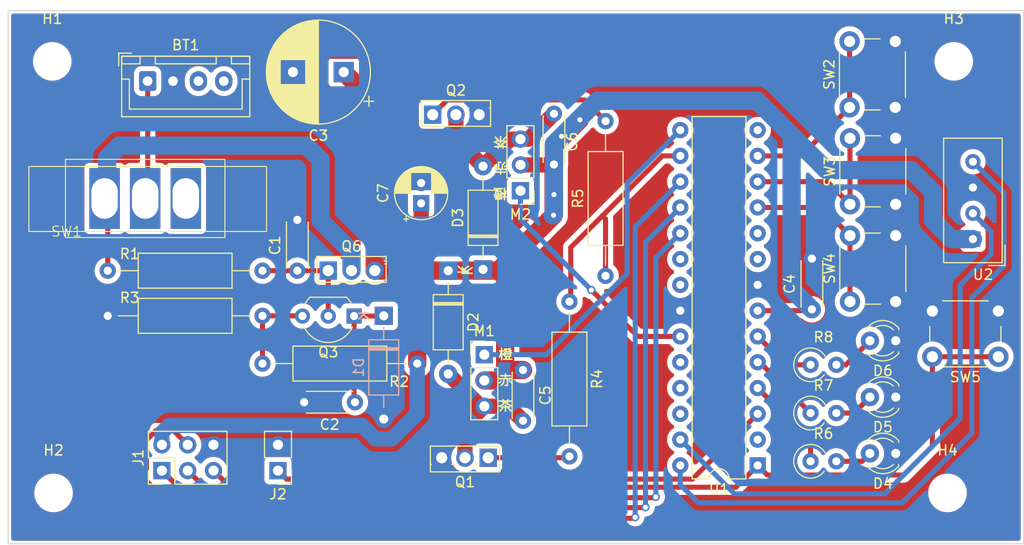
<source format=kicad_pcb>
(kicad_pcb (version 20221018) (generator pcbnew)
  (layers (0 "F.Cu" signal) (31 "B.Cu" signal) (34 "B.Paste" user) (35 "F.Paste" user) (36 "B.SilkS" user "B.Silkscreen") (37 "F.SilkS" user "F.Silkscreen") (38 "B.Mask" user) (39 "F.Mask" user) (44 "Edge.Cuts" user))
  (net 0 "")
  (net 1 "Net-(BT1-+)")
  (net 2 "GND")
  (net 3 "Net-(Q3-C)")
  (net 4 "Net-(D1-K)")
  (net 5 "VCC")
  (net 6 "Net-(M1-PWM)")
  (net 7 "STON")
  (net 8 "Net-(Q3-B)")
  (net 9 "Net-(U1-PB2)")
  (net 10 "STOFF")
  (net 11 "/MISO")
  (net 13 "Net-(J2-Pin_1)")
  (net 14 "TGL")
  (net 15 "PC0")
  (net 16 "Net-(Q1-G)")
  (net 19 "/SCK")
  (net 20 "/MOSI")
  (net 21 "/RST")
  (net 24 "Net-(Q2-G)")
  (net 26 "Net-(Q6-D)")
  (net 28 "SDA")
  (net 29 "SCL")
  (net 32 "Net-(D4-A)")
  (net 33 "Net-(D5-A)")
  (net 34 "Net-(D6-A)")
  (net 36 "Net-(U1-PD7)")
  (net 37 "Net-(U1-PD6)")
  (net 38 "Net-(U1-PD5)")
  (net 41 "Net-(D2-A)")
  (net 42 "Net-(D3-A)")
  (footprint "Capacitor_THT:C_Disc_D4.3mm_W1.9mm_P5.00mm" (layer "F.Cu") (at 99.147 83.566 180)
    (fp_text reference "C2" (at 2.5 -2.2) (layer "F.SilkS"))
    (fp_text value "0.1u")
    (pad "1" thru_hole circle (at 0 0 180) (size 1.6 1.6) (drill 0.8) (layers "*.Cu" "*.Mask") (net 4 "Net-(D1-K)"))
    (pad "2" thru_hole circle (at 5 0 180) (size 1.6 1.6) (drill 0.8) (layers "*.Cu" "*.Mask") (net 2 "GND"))
  )
  (footprint "Button_Switch_THT:SW_PUSH_6mm_H7.3mm" (layer "F.Cu") (at 147.895 64.074 90)
    (fp_text reference "SW3" (at 3.25 -2 90) (layer "F.SilkS"))
    (fp_text value "SW_Push")
    (pad "1" thru_hole circle (at 0 0 180) (size 2 2) (drill 1.1) (layers "*.Cu" "*.Mask") (net 37 "Net-(U1-PD6)"))
    (pad "1" thru_hole circle (at 6.5 0 180) (size 2 2) (drill 1.1) (layers "*.Cu" "*.Mask") (net 37 "Net-(U1-PD6)"))
    (pad "2" thru_hole circle (at 0 4.5 180) (size 2 2) (drill 1.1) (layers "*.Cu" "*.Mask") (net 2 "GND"))
    (pad "2" thru_hole circle (at 6.5 4.5 180) (size 2 2) (drill 1.1) (layers "*.Cu" "*.Mask") (net 2 "GND"))
  )
  (footprint "Connector_PinHeader_2.54mm:PinHeader_1x03_P2.54mm_Vertical" (layer "F.Cu") (at 115.443 62.738 180)
    (fp_text reference "M2" (at 0 -2.33) (layer "F.SilkS"))
    (fp_text value "Motor_Servo")
    (pad "1" thru_hole rect (at 0 0 180) (size 1.7 1.7) (drill 1) (layers "*.Cu" "*.Mask") (net 15 "PC0"))
    (pad "2" thru_hole oval (at 0 2.54 180) (size 1.7 1.7) (drill 1) (layers "*.Cu" "*.Mask") (net 5 "VCC"))
    (pad "3" thru_hole oval (at 0 5.08 180) (size 1.7 1.7) (drill 1) (layers "*.Cu" "*.Mask") (net 42 "Net-(D3-A)"))
  )
  (footprint "LED_THT:LED_D3.0mm" (layer "F.Cu") (at 152.4 77.508 180)
    (fp_text reference "D6" (at 1.27 -2.96) (layer "F.SilkS"))
    (fp_text value "LED")
    (pad "1" thru_hole rect (at 0 0 180) (size 1.8 1.8) (drill 0.9) (layers "*.Cu" "*.Mask") (net 2 "GND"))
    (pad "2" thru_hole circle (at 2.54 0 180) (size 1.8 1.8) (drill 0.9) (layers "*.Cu" "*.Mask") (net 34 "Net-(D6-A)"))
  )
  (footprint "MountingHole:MountingHole_3.2mm_M3" (layer "F.Cu") (at 157.5 92.5)
    (fp_text reference "H4" (at 0 -4.2) (layer "F.SilkS"))
    (fp_text value "MountingHole")
    (pad "" np_thru_hole circle (at 0 0) (size 3.2 3.2) (drill 3.2) (layers "*.Cu" "*.Mask"))
  )
  (footprint "Resistor_THT:R_Axial_DIN0309_L9.0mm_D3.2mm_P15.24mm_Horizontal" (layer "F.Cu") (at 105.283 79.756 180)
    (fp_text reference "R2" (at 1.778 -1.778) (layer "F.SilkS"))
    (fp_text value "5.2k")
    (pad "1" thru_hole circle (at 0 0 180) (size 1.6 1.6) (drill 0.8) (layers "*.Cu" "*.Mask") (net 5 "VCC"))
    (pad "2" thru_hole oval (at 15.24 0 180) (size 1.6 1.6) (drill 0.8) (layers "*.Cu" "*.Mask") (net 8 "Net-(Q3-B)"))
  )
  (footprint "Button_Switch_THT:SW_PUSH_6mm_H7.3mm" (layer "F.Cu") (at 162.508 79.085 180)
    (fp_text reference "SW5" (at 3.25 -2) (layer "F.SilkS"))
    (fp_text value "SW_Push")
    (pad "1" thru_hole circle (at 0 0 270) (size 2 2) (drill 1.1) (layers "*.Cu" "*.Mask") (net 21 "/RST"))
    (pad "1" thru_hole circle (at 6.5 0 270) (size 2 2) (drill 1.1) (layers "*.Cu" "*.Mask") (net 21 "/RST"))
    (pad "2" thru_hole circle (at 0 4.5 270) (size 2 2) (drill 1.1) (layers "*.Cu" "*.Mask") (net 2 "GND"))
    (pad "2" thru_hole circle (at 6.5 4.5 270) (size 2 2) (drill 1.1) (layers "*.Cu" "*.Mask") (net 2 "GND"))
  )
  (footprint "ac_onoff_controller:Aosong_DHT20" (layer "F.Cu") (at 160 67.5 180)
    (fp_text reference "U2" (at -1 -3.5) (layer "F.SilkS"))
    (fp_text value "DHT20")
    (pad "1" thru_hole rect (at 0 0 180) (size 1.5 1.5) (drill 0.8) (layers "*.Cu" "*.Mask") (net 5 "VCC"))
    (pad "2" thru_hole circle (at 0 2.54 180) (size 1.5 1.5) (drill 0.8) (layers "*.Cu" "*.Mask") (net 28 "SDA"))
    (pad "3" thru_hole circle (at 0 5.08 180) (size 1.5 1.5) (drill 0.8) (layers "*.Cu" "*.Mask") (net 2 "GND"))
    (pad "4" thru_hole circle (at 0 7.62 180) (size 1.5 1.5) (drill 0.8) (layers "*.Cu" "*.Mask") (net 29 "SCL"))
  )
  (footprint "Diode_THT:D_A-405_P10.16mm_Horizontal" (layer "F.Cu") (at 108.331 70.612 -90)
    (fp_text reference "D2" (at 5.08 -2.47 90) (layer "F.SilkS"))
    (fp_text value "1N4148")
    (fp_text user "K" (at 0 -1.9 90) (layer "F.SilkS"))
    (pad "1" thru_hole rect (at 0 0 270) (size 1.8 1.8) (drill 0.9) (layers "*.Cu" "*.Mask") (net 5 "VCC"))
    (pad "2" thru_hole oval (at 10.16 0 270) (size 1.8 1.8) (drill 0.9) (layers "*.Cu" "*.Mask") (net 41 "Net-(D2-A)"))
  )
  (footprint "LED_THT:LED_D3.0mm" (layer "F.Cu") (at 152.4 83.058 180)
    (fp_text reference "D5" (at 1.27 -2.96) (layer "F.SilkS"))
    (fp_text value "LED")
    (pad "1" thru_hole rect (at 0 0 180) (size 1.8 1.8) (drill 0.9) (layers "*.Cu" "*.Mask") (net 2 "GND"))
    (pad "2" thru_hole circle (at 2.54 0 180) (size 1.8 1.8) (drill 0.9) (layers "*.Cu" "*.Mask") (net 33 "Net-(D5-A)"))
  )
  (footprint "Package_TO_SOT_THT:TO-251-3_Vertical" (layer "F.Cu") (at 106.799 55.245)
    (fp_text reference "Q2" (at 2.29 -2.39) (layer "F.SilkS"))
    (fp_text value "2SK4017")
    (pad "1" thru_hole rect (at 0 0) (size 1.7175 1.8) (drill 1.1) (layers "*.Cu" "*.Mask") (net 24 "Net-(Q2-G)"))
    (pad "2" thru_hole oval (at 2.29 0) (size 1.7175 1.8) (drill 1.1) (layers "*.Cu" "*.Mask") (net 42 "Net-(D3-A)"))
    (pad "3" thru_hole oval (at 4.58 0) (size 1.7175 1.8) (drill 1.1) (layers "*.Cu" "*.Mask") (net 2 "GND"))
  )
  (footprint "ac_onoff_controller:SS-22F25-G4" (layer "F.Cu") (at 70.74 67.25)
    (fp_text reference "SW1" (at 0 -0.5 unlocked) (layer "F.SilkS") (effects (font (thickness 0.1))))
    (fp_text value "SW_SPST")
    (pad "1" thru_hole rect (at 3.75 -3.75) (size 3 6) (drill oval 2.6 4) (layers "*.Cu" "*.Mask") (net 26 "Net-(Q6-D)"))
    (pad "2" thru_hole rect (at 7.75 -3.75) (size 3 6) (drill oval 2.6 4) (layers "*.Cu" "*.Mask") (net 1 "Net-(BT1-+)"))
    (pad "3" thru_hole rect (at 11.75 -3.75) (size 3 6) (drill oval 2.6 4) (layers "*.Cu" "*.Mask"))
  )
  (footprint "Package_DIP:DIP-28_W7.62mm" (layer "F.Cu") (at 138.806 89.787 180)
    (fp_text reference "U1" (at 3.81 -2.33) (layer "F.SilkS"))
    (fp_text value "ATmega88P-20P")
    (pad "1" thru_hole rect (at 0 0 180) (size 1.6 1.6) (drill 0.8) (layers "*.Cu" "*.Mask") (net 21 "/RST"))
    (pad "2" thru_hole oval (at 0 2.54 180) (size 1.6 1.6) (drill 0.8) (layers "*.Cu" "*.Mask"))
    (pad "3" thru_hole oval (at 0 5.08 180) (size 1.6 1.6) (drill 0.8) (layers "*.Cu" "*.Mask") (net 13 "Net-(J2-Pin_1)"))
    (pad "4" thru_hole oval (at 0 7.62 180) (size 1.6 1.6) (drill 0.8) (layers "*.Cu" "*.Mask") (net 7 "STON"))
    (pad "5" thru_hole oval (at 0 10.16 180) (size 1.6 1.6) (drill 0.8) (layers "*.Cu" "*.Mask") (net 10 "STOFF"))
    (pad "6" thru_hole oval (at 0 12.7 180) (size 1.6 1.6) (drill 0.8) (layers "*.Cu" "*.Mask") (net 14 "TGL"))
    (pad "7" thru_hole oval (at 0 15.24 180) (size 1.6 1.6) (drill 0.8) (layers "*.Cu" "*.Mask") (net 5 "VCC"))
    (pad "8" thru_hole oval (at 0 17.78 180) (size 1.6 1.6) (drill 0.8) (layers "*.Cu" "*.Mask") (net 2 "GND"))
    (pad "9" thru_hole oval (at 0 20.32 180) (size 1.6 1.6) (drill 0.8) (layers "*.Cu" "*.Mask"))
    (pad "10" thru_hole oval (at 0 22.86 180) (size 1.6 1.6) (drill 0.8) (layers "*.Cu" "*.Mask"))
    (pad "11" thru_hole oval (at 0 25.4 180) (size 1.6 1.6) (drill 0.8) (layers "*.Cu" "*.Mask") (net 38 "Net-(U1-PD5)"))
    (pad "12" thru_hole oval (at 0 27.94 180) (size 1.6 1.6) (drill 0.8) (layers "*.Cu" "*.Mask") (net 37 "Net-(U1-PD6)"))
    (pad "13" thru_hole oval (at 0 30.48 180) (size 1.6 1.6) (drill 0.8) (layers "*.Cu" "*.Mask") (net 36 "Net-(U1-PD7)"))
    (pad "14" thru_hole oval (at 0 33.02 180) (size 1.6 1.6) (drill 0.8) (layers "*.Cu" "*.Mask"))
    (pad "15" thru_hole oval (at 7.62 33.02 180) (size 1.6 1.6) (drill 0.8) (layers "*.Cu" "*.Mask") (net 6 "Net-(M1-PWM)"))
    (pad "16" thru_hole oval (at 7.62 30.48 180) (size 1.6 1.6) (drill 0.8) (layers "*.Cu" "*.Mask") (net 9 "Net-(U1-PB2)"))
    (pad "17" thru_hole oval (at 7.62 27.94 180) (size 1.6 1.6) (drill 0.8) (layers "*.Cu" "*.Mask") (net 20 "/MOSI"))
    (pad "18" thru_hole oval (at 7.62 25.4 180) (size 1.6 1.6) (drill 0.8) (layers "*.Cu" "*.Mask") (net 11 "/MISO"))
    (pad "19" thru_hole oval (at 7.62 22.86 180) (size 1.6 1.6) (drill 0.8) (layers "*.Cu" "*.Mask") (net 19 "/SCK"))
    (pad "20" thru_hole oval (at 7.62 20.32 180) (size 1.6 1.6) (drill 0.8) (layers "*.Cu" "*.Mask"))
    (pad "21" thru_hole oval (at 7.62 17.78 180) (size 1.6 1.6) (drill 0.8) (layers "*.Cu" "*.Mask"))
    (pad "22" thru_hole oval (at 7.62 15.24 180) (size 1.6 1.6) (drill 0.8) (layers "*.Cu" "*.Mask") (net 2 "GND"))
    (pad "23" thru_hole oval (at 7.62 12.7 180) (size 1.6 1.6) (drill 0.8) (layers "*.Cu" "*.Mask") (net 15 "PC0"))
    (pad "24" thru_hole oval (at 7.62 10.16 180) (size 1.6 1.6) (drill 0.8) (layers "*.Cu" "*.Mask"))
    (pad "25" thru_hole oval (at 7.62 7.62 180) (size 1.6 1.6) (drill 0.8) (layers "*.Cu" "*.Mask"))
    (pad "26" thru_hole oval (at 7.62 5.08 180) (size 1.6 1.6) (drill 0.8) (layers "*.Cu" "*.Mask"))
    (pad "27" thru_hole oval (at 7.62 2.54 180) (size 1.6 1.6) (drill 0.8) (layers "*.Cu" "*.Mask") (net 28 "SDA"))
    (pad "28" thru_hole oval (at 7.62 0 180) (size 1.6 1.6) (drill 0.8) (layers "*.Cu" "*.Mask") (net 29 "SCL"))
  )
  (footprint "Package_TO_SOT_THT:TO-251-3_Vertical" (layer "F.Cu") (at 96.516 70.601)
    (fp_text reference "Q6" (at 2.29 -2.39) (layer "F.SilkS"))
    (fp_text value "2SK4017")
    (pad "1" thru_hole rect (at 0 0) (size 1.7175 1.8) (drill 1.1) (layers "*.Cu" "*.Mask") (net 3 "Net-(Q3-C)"))
    (pad "2" thru_hole oval (at 2.29 0) (size 1.7175 1.8) (drill 1.1) (layers "*.Cu" "*.Mask") (net 26 "Net-(Q6-D)"))
    (pad "3" thru_hole oval (at 4.58 0) (size 1.7175 1.8) (drill 1.1) (layers "*.Cu" "*.Mask") (net 5 "VCC"))
  )
  (footprint "Capacitor_THT:CP_Radial_D5.0mm_P2.00mm" (layer "F.Cu") (at 105.664 63.976 90)
    (fp_text reference "C7" (at 1 -3.75 90) (layer "F.SilkS"))
    (fp_text value "10u")
    (pad "1" thru_hole rect (at 0 0 90) (size 1.6 1.6) (drill 0.8) (layers "*.Cu" "*.Mask") (net 5 "VCC"))
    (pad "2" thru_hole circle (at 2 0 90) (size 1.6 1.6) (drill 0.8) (layers "*.Cu" "*.Mask") (net 2 "GND"))
  )
  (footprint "Capacitor_THT:CP_Radial_D10.0mm_P5.00mm" (layer "F.Cu") (at 98.044 51.054 180)
    (fp_text reference "C3" (at 2.5 -6.25) (layer "F.SilkS"))
    (fp_text value "1000u")
    (pad "1" thru_hole rect (at 0 0 180) (size 2 2) (drill 1) (layers "*.Cu" "*.Mask") (net 5 "VCC"))
    (pad "2" thru_hole circle (at 5 0 180) (size 2 2) (drill 1) (layers "*.Cu" "*.Mask") (net 2 "GND"))
  )
  (footprint "Button_Switch_THT:SW_PUSH_6mm_H7.3mm" (layer "F.Cu") (at 147.895 73.658 90)
    (fp_text reference "SW4" (at 3.25 -2 90) (layer "F.SilkS"))
    (fp_text value "SW_Push")
    (pad "1" thru_hole circle (at 0 0 180) (size 2 2) (drill 1.1) (layers "*.Cu" "*.Mask") (net 38 "Net-(U1-PD5)"))
    (pad "1" thru_hole circle (at 6.5 0 180) (size 2 2) (drill 1.1) (layers "*.Cu" "*.Mask") (net 38 "Net-(U1-PD5)"))
    (pad "2" thru_hole circle (at 0 4.5 180) (size 2 2) (drill 1.1) (layers "*.Cu" "*.Mask") (net 2 "GND"))
    (pad "2" thru_hole circle (at 6.5 4.5 180) (size 2 2) (drill 1.1) (layers "*.Cu" "*.Mask") (net 2 "GND"))
  )
  (footprint "MountingHole:MountingHole_3.2mm_M3" (layer "F.Cu") (at 69.342 50)
    (fp_text reference "H1" (at 0 -4.2) (layer "F.SilkS"))
    (fp_text value "MountingHole")
    (pad "" np_thru_hole circle (at 0 0) (size 3.2 3.2) (drill 3.2) (layers "*.Cu" "*.Mask"))
  )
  (footprint "Resistor_THT:R_Axial_DIN0309_L9.0mm_D3.2mm_P2.54mm_Vertical" (layer "F.Cu") (at 144.013 79.881)
    (fp_text reference "R8" (at 1.27 -2.72) (layer "F.SilkS"))
    (fp_text value "22k")
    (pad "1" thru_hole circle (at 0 0) (size 1.6 1.6) (drill 0.8) (layers "*.Cu" "*.Mask") (net 14 "TGL"))
    (pad "2" thru_hole oval (at 2.54 0) (size 1.6 1.6) (drill 0.8) (layers "*.Cu" "*.Mask") (net 34 "Net-(D6-A)"))
  )
  (footprint "Connector_PinHeader_2.54mm:PinHeader_1x02_P2.54mm_Vertical" (layer "F.Cu") (at 91.567 90.297 180)
    (fp_text reference "J2" (at 0 -2.33) (layer "F.SilkS"))
    (fp_text value "Conn_01x02")
    (pad "1" thru_hole rect (at 0 0 180) (size 1.7 1.7) (drill 1) (layers "*.Cu" "*.Mask") (net 13 "Net-(J2-Pin_1)"))
    (pad "2" thru_hole oval (at 0 2.54 180) (size 1.7 1.7) (drill 1) (layers "*.Cu" "*.Mask") (net 2 "GND"))
  )
  (footprint "Capacitor_THT:C_Disc_D4.3mm_W1.9mm_P5.00mm" (layer "F.Cu") (at 118.745 60.158 90)
    (fp_text reference "C6" (at 2.246 1.778 90) (layer "F.SilkS"))
    (fp_text value "0.1u")
    (pad "1" thru_hole circle (at 0 0 90) (size 1.6 1.6) (drill 0.8) (layers "*.Cu" "*.Mask") (net 5 "VCC"))
    (pad "2" thru_hole circle (at 5 0 90) (size 1.6 1.6) (drill 0.8) (layers "*.Cu" "*.Mask") (net 42 "Net-(D3-A)"))
  )
  (footprint "LED_THT:LED_D3.0mm" (layer "F.Cu") (at 152.4 88.608 180)
    (fp_text reference "D4" (at 1.27 -2.96) (layer "F.SilkS"))
    (fp_text value "LED")
    (pad "1" thru_hole rect (at 0 0 180) (size 1.8 1.8) (drill 0.9) (layers "*.Cu" "*.Mask") (net 2 "GND"))
    (pad "2" thru_hole circle (at 2.54 0 180) (size 1.8 1.8) (drill 0.9) (layers "*.Cu" "*.Mask") (net 32 "Net-(D4-A)"))
  )
  (footprint "Resistor_THT:R_Axial_DIN0309_L9.0mm_D3.2mm_P15.24mm_Horizontal" (layer "F.Cu") (at 74.803 70.612)
    (fp_text reference "R1" (at 2.159 -1.651) (layer "F.SilkS"))
    (fp_text value "47k")
    (pad "1" thru_hole circle (at 0 0) (size 1.6 1.6) (drill 0.8) (layers "*.Cu" "*.Mask") (net 26 "Net-(Q6-D)"))
    (pad "2" thru_hole oval (at 15.24 0) (size 1.6 1.6) (drill 0.8) (layers "*.Cu" "*.Mask") (net 3 "Net-(Q3-C)"))
  )
  (footprint "Capacitor_THT:C_Disc_D4.3mm_W1.9mm_P5.00mm" (layer "F.Cu") (at 144.145 74.422 90)
    (fp_text reference "C4" (at 2.5 -2.2 90) (layer "F.SilkS"))
    (fp_text value "0.1u")
    (pad "1" thru_hole circle (at 0 0 90) (size 1.6 1.6) (drill 0.8) (layers "*.Cu" "*.Mask") (net 5 "VCC"))
    (pad "2" thru_hole circle (at 5 0 90) (size 1.6 1.6) (drill 0.8) (layers "*.Cu" "*.Mask") (net 2 "GND"))
  )
  (footprint "Resistor_THT:R_Axial_DIN0309_L9.0mm_D3.2mm_P15.24mm_Horizontal" (layer "F.Cu") (at 123.825 71.12 90)
    (fp_text reference "R5" (at 7.62 -2.72 90) (layer "F.SilkS"))
    (fp_text value "500")
    (pad "1" thru_hole circle (at 0 0 90) (size 1.6 1.6) (drill 0.8) (layers "*.Cu" "*.Mask") (net 9 "Net-(U1-PB2)"))
    (pad "2" thru_hole oval (at 15.24 0 90) (size 1.6 1.6) (drill 0.8) (layers "*.Cu" "*.Mask") (net 24 "Net-(Q2-G)"))
  )
  (footprint "Resistor_THT:R_Axial_DIN0309_L9.0mm_D3.2mm_P2.54mm_Vertical" (layer "F.Cu") (at 144.013 89.381)
    (fp_text reference "R6" (at 1.27 -2.72) (layer "F.SilkS"))
    (fp_text value "22k")
    (pad "1" thru_hole circle (at 0 0) (size 1.6 1.6) (drill 0.8) (layers "*.Cu" "*.Mask") (net 7 "STON"))
    (pad "2" thru_hole oval (at 2.54 0) (size 1.6 1.6) (drill 0.8) (layers "*.Cu" "*.Mask") (net 32 "Net-(D4-A)"))
  )
  (footprint "MountingHole:MountingHole_3.2mm_M3" (layer "F.Cu") (at 69.469 92.5)
    (fp_text reference "H2" (at 0 -4.2) (layer "F.SilkS"))
    (fp_text value "MountingHole")
    (pad "" np_thru_hole circle (at 0 0) (size 3.2 3.2) (drill 3.2) (layers "*.Cu" "*.Mask"))
  )
  (footprint "Diode_THT:D_A-405_P10.16mm_Horizontal" (layer "F.Cu") (at 111.76 70.485 90)
    (fp_text reference "D3" (at 5.08 -2.47 90) (layer "F.SilkS"))
    (fp_text value "1N4148")
    (fp_text user "K" (at 0 -1.9 90) (layer "F.SilkS"))
    (pad "1" thru_hole rect (at 0 0 90) (size 1.8 1.8) (drill 0.9) (layers "*.Cu" "*.Mask") (net 5 "VCC"))
    (pad "2" thru_hole oval (at 10.16 0 90) (size 1.8 1.8) (drill 0.9) (layers "*.Cu" "*.Mask") (net 42 "Net-(D3-A)"))
  )
  (footprint "Capacitor_THT:C_Disc_D4.3mm_W1.9mm_P5.00mm" (layer "F.Cu") (at 93.472 70.612 90)
    (fp_text reference "C1" (at 2.5 -2.2 90) (layer "F.SilkS"))
    (fp_text value "0.1u")
    (pad "1" thru_hole circle (at 0 0 90) (size 1.6 1.6) (drill 0.8) (layers "*.Cu" "*.Mask") (net 3 "Net-(Q3-C)"))
    (pad "2" thru_hole circle (at 5 0 90) (size 1.6 1.6) (drill 0.8) (layers "*.Cu" "*.Mask") (net 2 "GND"))
  )
  (footprint "Connector_PinHeader_2.54mm:PinHeader_1x03_P2.54mm_Vertical" (layer "F.Cu") (at 111.887 78.882)
    (fp_text reference "M1" (at 0 -2.33) (layer "F.SilkS"))
    (fp_text value "Motor_Servo")
    (pad "1" thru_hole rect (at 0 0) (size 1.7 1.7) (drill 1) (layers "*.Cu" "*.Mask") (net 6 "Net-(M1-PWM)"))
    (pad "2" thru_hole oval (at 0 2.54) (size 1.7 1.7) (drill 1) (layers "*.Cu" "*.Mask") (net 5 "VCC"))
    (pad "3" thru_hole oval (at 0 5.08) (size 1.7 1.7) (drill 1) (layers "*.Cu" "*.Mask") (net 41 "Net-(D2-A)"))
  )
  (footprint "MountingHole:MountingHole_3.2mm_M3" (layer "F.Cu") (at 158.115 50)
    (fp_text reference "H3" (at 0 -4.2) (layer "F.SilkS"))
    (fp_text value "MountingHole")
    (pad "" np_thru_hole circle (at 0 0) (size 3.2 3.2) (drill 3.2) (layers "*.Cu" "*.Mask"))
  )
  (footprint "Button_Switch_THT:SW_PUSH_6mm_H7.3mm" (layer "F.Cu") (at 147.856 54.533 90)
    (fp_text reference "SW2" (at 3.25 -2 90) (layer "F.SilkS"))
    (fp_text value "SW_Push")
    (pad "1" thru_hole circle (at 0 0 180) (size 2 2) (drill 1.1) (layers "*.Cu" "*.Mask") (net 36 "Net-(U1-PD7)"))
    (pad "1" thru_hole circle (at 6.5 0 180) (size 2 2) (drill 1.1) (layers "*.Cu" "*.Mask") (net 36 "Net-(U1-PD7)"))
    (pad "2" thru_hole circle (at 0 4.5 180) (size 2 2) (drill 1.1) (layers "*.Cu" "*.Mask") (net 2 "GND"))
    (pad "2" thru_hole circle (at 6.5 4.5 180) (size 2 2) (drill 1.1) (layers "*.Cu" "*.Mask") (net 2 "GND"))
  )
  (footprint "Package_TO_SOT_THT:TO-251-3_Vertical" (layer "F.Cu") (at 112.272 89.034 180)
    (fp_text reference "Q1" (at 2.29 -2.39) (layer "F.SilkS"))
    (fp_text value "2SK4017")
    (pad "1" thru_hole rect (at 0 0 180) (size 1.7175 1.8) (drill 1.1) (layers "*.Cu" "*.Mask") (net 16 "Net-(Q1-G)"))
    (pad "2" thru_hole oval (at 2.29 0 180) (size 1.7175 1.8) (drill 1.1) (layers "*.Cu" "*.Mask") (net 41 "Net-(D2-A)"))
    (pad "3" thru_hole oval (at 4.58 0 180) (size 1.7175 1.8) (drill 1.1) (layers "*.Cu" "*.Mask") (net 2 "GND"))
  )
  (footprint "Package_TO_SOT_THT:TO-92_Inline_Wide" (layer "F.Cu") (at 99.06 75.078 180)
    (fp_text reference "Q3" (at 2.54 -3.56) (layer "F.SilkS"))
    (fp_text value "2SC1815")
    (pad "1" thru_hole rect (at 0 0 180) (size 1.5 1.5) (drill 0.8) (layers "*.Cu" "*.Mask") (net 4 "Net-(D1-K)"))
    (pad "2" thru_hole circle (at 2.54 0 180) (size 1.5 1.5) (drill 0.8) (layers "*.Cu" "*.Mask") (net 3 "Net-(Q3-C)"))
    (pad "3" thru_hole circle (at 5.08 0 180) (size 1.5 1.5) (drill 0.8) (layers "*.Cu" "*.Mask") (net 8 "Net-(Q3-B)"))
  )
  (footprint "Resistor_THT:R_Axial_DIN0309_L9.0mm_D3.2mm_P2.54mm_Vertical" (layer "F.Cu") (at 144.013 84.631)
    (fp_text reference "R7" (at 1.27 -2.72) (layer "F.SilkS"))
    (fp_text value "22k")
    (pad "1" thru_hole circle (at 0 0) (size 1.6 1.6) (drill 0.8) (layers "*.Cu" "*.Mask") (net 10 "STOFF"))
    (pad "2" thru_hole oval (at 2.54 0) (size 1.6 1.6) (drill 0.8) (layers "*.Cu" "*.Mask") (net 33 "Net-(D5-A)"))
  )
  (footprint "Resistor_THT:R_Axial_DIN0309_L9.0mm_D3.2mm_P15.24mm_Horizontal" (layer "F.Cu") (at 120.269 73.66 -90)
    (fp_text reference "R4" (at 7.62 -2.72 90) (layer "F.SilkS"))
    (fp_text value "500")
    (pad "1" thru_hole circle (at 0 0 270) (size 1.6 1.6) (drill 0.8) (layers "*.Cu" "*.Mask") (net 9 "Net-(U1-PB2)"))
    (pad "2" thru_hole oval (at 15.24 0 270) (size 1.6 1.6) (drill 0.8) (layers "*.Cu" "*.Mask") (net 16 "Net-(Q1-G)"))
  )
  (footprint "Connector_PinHeader_2.54mm:PinHeader_2x03_P2.54mm_Vertical" (layer "F.Cu") (at 80.137 90.297 90)
    (fp_text reference "J1" (at 1.27 -2.33 90) (layer "F.SilkS"))
    (fp_text value "Conn_02x04_Odd_Even")
    (pad "1" thru_hole rect (at 0 0 90) (size 1.7 1.7) (drill 1) (layers "*.Cu" "*.Mask") (net 11 "/MISO"))
    (pad "2" thru_hole oval (at 2.54 0 90) (size 1.7 1.7) (drill 1) (layers "*.Cu" "*.Mask") (net 5 "VCC"))
    (pad "3" thru_hole oval (at 0 2.54 90) (size 1.7 1.7) (drill 1) (layers "*.Cu" "*.Mask") (net 19 "/SCK"))
    (pad "4" thru_hole oval (at 2.54 2.54 90) (size 1.7 1.7) (drill 1) (layers "*.Cu" "*.Mask") (net 20 "/MOSI"))
    (pad "5" thru_hole oval (at 0 5.08 90) (size 1.7 1.7) (drill 1) (layers "*.Cu" "*.Mask") (net 21 "/RST"))
    (pad "6" thru_hole oval (at 2.54 5.08 90) (size 1.7 1.7) (drill 1) (layers "*.Cu" "*.Mask") (net 2 "GND"))
  )
  (footprint "Resistor_THT:R_Axial_DIN0309_L9.0mm_D3.2mm_P15.24mm_Horizontal" (layer "F.Cu") (at 90.043 75.057 180)
    (fp_text reference "R3" (at 13.081 1.778) (layer "F.SilkS"))
    (fp_text value "10k")
    (pad "1" thru_hole circle (at 0 0 180) (size 1.6 1.6) (drill 0.8) (layers "*.Cu" "*.Mask") (net 8 "Net-(Q3-B)"))
    (pad "2" thru_hole oval (at 15.24 0 180) (size 1.6 1.6) (drill 0.8) (layers "*.Cu" "*.Mask") (net 2 "GND"))
  )
  (footprint "Connector_JST:JST_XH_B4B-XH-A_1x04_P2.50mm_Vertical" (layer "F.Cu") (at 78.733 51.943)
    (fp_text reference "BT1" (at 3.75 -3.55) (layer "F.SilkS"))
    (fp_text value "Battery")
    (pad "1" thru_hole roundrect (at 0 0) (size 1.7 1.95) (drill 0.95) (layers "*.Cu" "*.Mask") (roundrect_rratio 0.147059) (net 1 "Net-(BT1-+)"))
    (pad "2" thru_hole oval (at 2.5 0) (size 1.7 1.95) (drill 0.95) (layers "*.Cu" "*.Mask") (net 2 "GND"))
    (pad "3" thru_hole oval (at 5 0) (size 1.7 1.95) (drill 0.95) (layers "*.Cu" "*.Mask"))
    (pad "4" thru_hole oval (at 7.5 0) (size 1.7 1.95) (drill 0.95) (layers "*.Cu" "*.Mask"))
  )
  (footprint "Capacitor_THT:C_Disc_D4.3mm_W1.9mm_P5.00mm" (layer "F.Cu") (at 115.697 80.391 -90)
    (fp_text reference "C5" (at 2.5 -2.2 90) (layer "F.SilkS"))
    (fp_text value "0.1u")
    (pad "1" thru_hole circle (at 0 0 270) (size 1.6 1.6) (drill 0.8) (layers "*.Cu" "*.Mask") (net 5 "VCC"))
    (pad "2" thru_hole circle (at 5 0 270) (size 1.6 1.6) (drill 0.8) (layers "*.Cu" "*.Mask") (net 41 "Net-(D2-A)"))
  )
  (footprint "Diode_THT:D_A-405_P10.16mm_Horizontal" (layer "B.Cu") (at 101.981 75.057 -90)
    (fp_text reference "D1" (at 5.08 2.47 90) (layer "B.SilkS") (effects (justify mirror)))
    (fp_text value "1N5227B")
    (fp_text user "K" (at 0 1.9 90) (layer "B.SilkS") (effects (justify mirror)))
    (pad "1" thru_hole rect (at 0 0 270) (size 1.8 1.8) (drill 0.9) (layers "*.Cu" "*.Mask") (net 4 "Net-(D1-K)"))
    (pad "2" thru_hole oval (at 10.16 0 270) (size 1.8 1.8) (drill 0.9) (layers "*.Cu" "*.Mask") (net 2 "GND"))
  )
  (gr_rect (start 65 45) (end 165 97.5) (stroke (width 0.1)) (fill none) (layer "Edge.Cuts"))
  (gr_text "茶" (at 114.3 57.277 180) (layer "F.SilkS") (effects (font (size 1 1)) (justify left bottom)))
  (gr_text "茶" (at 113.157 84.582) (layer "F.SilkS") (effects (font (size 1 1)) (justify left bottom)))
  (gr_text "赤" (at 113.157 82.042) (layer "F.SilkS") (effects (font (size 1 1)) (justify left bottom)))
  (gr_text "橙" (at 114.3 62.357 180) (layer "F.SilkS") (effects (font (size 1 1)) (justify left bottom)))
  (gr_text "橙" (at 113.157 79.502) (layer "F.SilkS") (effects (font (size 1 1)) (justify left bottom)))
  (gr_text "赤" (at 114.3 59.817 180) (layer "F.SilkS") (effects (font (size 1 1)) (justify left bottom)))
  (segment (start 78.733 51.943) (end 78.74 51.95) (width 0.5) (layer "F.Cu") (net 1))
  (segment (start 78.74 51.95) (end 78.74 63.5) (width 0.5) (layer "F.Cu") (net 1))
  (segment (start 93.472 65.612) (end 93.472 64.182) (width 0.5) (layer "F.Cu") (net 2))
  (segment (start 139.521 72.007) (end 142.106 69.422) (width 0.5) (layer "F.Cu") (net 2))
  (segment (start 93.044 51.054) (end 94.594 49.504) (width 0.5) (layer "F.Cu") (net 2))
  (segment (start 72.263 49.022) (end 73.279 48.006) (width 0.5) (layer "F.Cu") (net 2))
  (segment (start 92.044 50.054) (end 83.122 50.054) (width 0.5) (layer "F.Cu") (net 2))
  (segment (start 152.4 77.508) (end 152.4 73.663) (width 0.5) (layer "F.Cu") (net 2))
  (segment (start 152.395 73.658) (end 152.395 67.158) (width 0.5) (layer "F.Cu") (net 2))
  (segment (start 94.594 49.504) (end 99.594 49.504) (width 0.5) (layer "F.Cu") (net 2))
  (segment (start 152.395 57.574) (end 152.395 54.572) (width 0.5) (layer "F.Cu") (net 2))
  (segment (start 152.395 64.074) (end 152.395 57.574) (width 0.5) (layer "F.Cu") (net 2))
  (segment (start 91.44 85.177) (end 85.217 85.177) (width 0.5) (layer "F.Cu") (net 2))
  (segment (start 142.106 69.422) (end 144.145 69.422) (width 0.5) (layer "F.Cu") (net 2))
  (segment (start 72.263 75.057) (end 74.803 75.057) (width 0.5) (layer "F.Cu") (net 2))
  (segment (start 94.147 85.177) (end 91.44 85.177) (width 0.5) (layer "F.Cu") (net 2))
  (segment (start 91.44 85.177) (end 91.567 85.304) (width 0.5) (layer "F.Cu") (net 2))
  (segment (start 160 62.42) (end 154.049 62.42) (width 0.5) (layer "F.Cu") (net 2))
  (segment (start 152.395 67.158) (end 152.395 64.074) (width 0.5) (layer "F.Cu") (net 2))
  (segment (start 93.044 51.054) (end 92.044 50.054) (width 0.5) (layer "F.Cu") (net 2))
  (segment (start 138.806 72.007) (end 139.521 72.007) (width 0.5) (layer "F.Cu") (net 2))
  (segment (start 152.4 73.663) (end 152.395 73.658) (width 0.5) (layer "F.Cu") (net 2))
  (segment (start 72.263 75.057) (end 72.263 49.022) (width 0.5) (layer "F.Cu") (net 2))
  (segment (start 82.758 50.418) (end 81.233 51.943) (width 0.5) (layer "F.Cu") (net 2))
  (segment (start 162.508 74.585) (end 156.008 74.585) (width 0.5) (layer "F.Cu") (net 2))
  (segment (start 101.981 85.217) (end 94.107 85.217) (width 0.5) (layer "F.Cu") (net 2))
  (segment (start 72.263 85.217) (end 72.263 75.057) (width 0.5) (layer "F.Cu") (net 2))
  (segment (start 73.279 48.006) (end 80.518 48.006) (width 0.5) (layer "F.Cu") (net 2))
  (segment (start 105.029 61.341) (end 105.664 61.976) (width 0.5) (layer "F.Cu") (net 2))
  (segment (start 152.356 48.033) (end 150.806 46.483) (width 0.5) (layer "F.Cu") (net 2))
  (segment (start 152.356 54.533) (end 152.356 48.033) (width 0.5) (layer "F.Cu") (net 2))
  (segment (start 153.322 74.585) (end 152.395 73.658) (width 0.5) (layer "F.Cu") (net 2))
  (segment (start 154.049 62.42) (end 152.395 64.074) (width 0.5) (layer "F.Cu") (net 2))
  (segment (start 81.233 48.721) (end 81.233 51.943) (width 0.5) (layer "F.Cu") (net 2))
  (segment (start 72.303 85.177) (end 72.263 85.217) (width 0.5) (layer "F.Cu") (net 2))
  (segment (start 105.029 54.939) (end 105.029 61.341) (width 0.5) (layer "F.Cu") (net 2))
  (segment (start 105.798 89.034) (end 101.981 85.217) (width 0.5) (layer "F.Cu") (net 2))
  (segment (start 156.008 74.585) (end 153.322 74.585) (width 0.5) (layer "F.Cu") (net 2))
  (segment (start 85.217 85.177) (end 85.217 87.757) (width 0.5) (layer "F.Cu") (net 2))
  (segment (start 85.217 85.177) (end 72.303 85.177) (width 0.5) (layer "F.Cu") (net 2))
  (segment (start 152.4 77.508) (end 152.4 83.058) (width 0.5) (layer "F.Cu") (net 2))
  (segment (start 94.147 85.177) (end 94.147 83.566) (width 0.5) (layer "F.Cu") (net 2))
  (segment (start 152.4 83.058) (end 152.4 88.608) (width 0.5) (layer "F.Cu") (net 2))
  (segment (start 83.122 50.054) (end 82.2725 50.9035) (width 0.5) (layer "F.Cu") (net 2))
  (segment (start 80.518 48.006) (end 81.233 48.721) (width 0.5) (layer "F.Cu") (net 2))
  (segment (start 91.567 85.304) (end 91.567 87.757) (width 0.5) (layer "F.Cu") (net 2))
  (segment (start 99.594 49.504) (end 105.029 54.939) (width 0.5) (layer "F.Cu") (net 2))
  (segment (start 93.472 64.182) (end 81.233 51.943) (width 0.5) (layer "F.Cu") (net 2))
  (segment (start 94.107 85.217) (end 94.147 85.177) (width 0.5) (layer "F.Cu") (net 2))
  (segment (start 152.395 54.572) (end 152.356 54.533) (width 0.5) (layer "F.Cu") (net 2))
  (segment (start 107.692 89.034) (end 105.798 89.034) (width 0.5) (layer "F.Cu") (net 2))
  (segment (start 92.122 81.541) (end 94.147 83.566) (width 0.5) (layer "B.Cu") (net 2))
  (segment (start 93.044 51.054) (end 94.695 52.705) (width 0.5) (layer "B.Cu") (net 2))
  (segment (start 136.266 74.547) (end 138.806 72.007) (width 0.5) (layer "B.Cu") (net 2))
  (segment (start 144.145 69.422) (end 150.131 69.422) (width 0.5) (layer "B.Cu") (net 2))
  (segment (start 131.186 74.547) (end 136.266 74.547) (width 0.5) (layer "B.Cu") (net 2))
  (segment (start 93.472 65.612) (end 92.122 66.962) (width 0.5) (layer "B.Cu") (net 2))
  (segment (start 108.839 52.705) (end 111.379 55.245) (width 0.5) (layer "B.Cu") (net 2))
  (segment (start 94.695 52.705) (end 108.839 52.705) (width 0.5) (layer "B.Cu") (net 2))
  (segment (start 150.131 69.422) (end 152.395 67.158) (width 0.5) (layer "B.Cu") (net 2))
  (segment (start 92.122 66.962) (end 92.122 81.541) (width 0.5) (layer "B.Cu") (net 2))
  (segment (start 90.043 70.612) (end 93.472 70.612) (width 0.5) (layer "F.Cu") (net 3))
  (segment (start 96.516 70.601) (end 96.516 75.074) (width 0.5) (layer "F.Cu") (net 3))
  (segment (start 93.472 70.612) (end 96.505 70.612) (width 0.5) (layer "F.Cu") (net 3))
  (segment (start 96.516 75.074) (end 96.52 75.078) (width 0.5) (layer "F.Cu") (net 3))
  (segment (start 96.505 70.612) (end 96.516 70.601) (width 0.5) (layer "F.Cu") (net 3))
  (segment (start 99.06 75.078) (end 99.06 83.479) (width 0.5) (layer "F.Cu") (net 4))
  (segment (start 99.06 83.479) (end 99.147 83.566) (width 0.5) (layer "F.Cu") (net 4))
  (segment (start 99.06 75.078) (end 101.96 75.078) (width 0.5) (layer "F.Cu") (net 4))
  (segment (start 101.96 75.078) (end 101.981 75.057) (width 0.5) (layer "F.Cu") (net 4))
  (segment (start 114.478 80.391) (end 115.697 80.391) (width 1.8) (layer "F.Cu") (net 5))
  (segment (start 115.443 60.198) (end 118.705 60.198) (width 1.5) (layer "F.Cu") (net 5))
  (segment (start 113.937 71.254) (end 113.937 80.932) (width 1.8) (layer "F.Cu") (net 5))
  (segment (start 108.331 70.601) (end 113.284 70.601) (width 1.8) (layer "F.Cu") (net 5))
  (segment (start 105.283 70.601) (end 105.283 79.756) (width 1.8) (layer "F.Cu") (net 5))
  (segment (start 101.096 70.601) (end 105.283 70.601) (width 1.8) (layer "F.Cu") (net 5))
  (segment (start 113.284 70.601) (end 113.937 71.254) (width 1.8) (layer "F.Cu") (net 5))
  (segment (start 118.745 58.293) (end 121.285 55.753) (width 1.8) (layer "F.Cu") (net 5))
  (segment (start 144.02 74.547) (end 144.145 74.422) (width 0.5) (layer "F.Cu") (net 5))
  (segment (start 118.705 65.18) (end 118.705 65.151) (width 1.8) (layer "F.Cu") (net 5))
  (segment (start 105.664 70.22) (end 105.283 70.601) (width 1.8) (layer "F.Cu") (net 5))
  (segment (start 118.705 60.198) (end 118.745 60.158) (width 0.5) (layer "F.Cu") (net 5))
  (segment (start 101.096 54.106) (end 98.044 51.054) (width 1.8) (layer "F.Cu") (net 5))
  (segment (start 113.284 70.601) (end 118.705 65.18) (width 1.8) (layer "F.Cu") (net 5))
  (segment (start 113.447 81.422) (end 111.887 81.422) (width 1.8) (layer "F.Cu") (net 5))
  (segment (start 108.331 70.601) (end 108.331 70.612) (width 1.8) (layer "F.Cu") (net 5))
  (segment (start 101.096 70.601) (end 101.096 54.106) (width 1.8) (layer "F.Cu") (net 5))
  (segment (start 118.745 60.158) (end 118.745 58.293) (width 1.8) (layer "F.Cu") (net 5))
  (segment (start 105.664 63.976) (end 105.664 70.22) (width 1.5) (layer "F.Cu") (net 5))
  (segment (start 138.806 74.547) (end 144.02 74.547) (width 0.5) (layer "F.Cu") (net 5))
  (segment (start 105.283 70.601) (end 108.331 70.601) (width 1.8) (layer "F.Cu") (net 5))
  (segment (start 113.937 80.932) (end 113.447 81.422) (width 1.8) (layer "F.Cu") (net 5))
  (segment (start 113.937 80.932) (end 114.478 80.391) (width 1.8) (layer "F.Cu") (net 5))
  (segment (start 118.705 65.151) (end 118.705 60.198) (width 1.8) (layer "F.Cu") (net 5))
  (via (at 118.745 63.119) (size 0.8) (drill 0.5) (layers "F.Cu" "B.Cu") (net 5))
  (via (at 121.285 55.753) (size 0.8) (drill 0.5) (layers "F.Cu" "B.Cu") (net 5))
  (via (at 118.705 65.151) (size 0.8) (drill 0.5) (layers "F.Cu" "B.Cu") (net 5))
  (via (at 119.489786 57.386786) (size 0.8) (drill 0.5) (layers "F.Cu" "B.Cu") (net 5))
  (segment (start 80.137 87.757) (end 80.137 86.554919) (width 1.5) (layer "B.Cu") (net 5))
  (segment (start 145.573428 60.706) (end 153.924 60.706) (width 1.8) (layer "B.Cu") (net 5))
  (segment (start 142.145 72.422) (end 144.145 74.422) (width 1.8) (layer "B.Cu") (net 5))
  (segment (start 142.145 57.277572) (end 138.747428 53.88) (width 1.8) (layer "B.Cu") (net 5))
  (segment (start 102.788717 87.167) (end 105.283 84.672717) (width 1.5) (layer "B.Cu") (net 5))
  (segment (start 153.924 60.706) (end 156.083 62.865) (width 1.8) (layer "B.Cu") (net 5))
  (segment (start 105.283 84.672717) (end 105.283 79.756) (width 1.5) (layer "B.Cu") (net 5))
  (segment (start 118.745 60.158) (end 118.745 63.119) (width 1.8) (layer "B.Cu") (net 5))
  (segment (start 156.083 65.659) (end 157.924 67.5) (width 1.8) (layer "B.Cu") (net 5))
  (segment (start 118.745 58.131572) (end 118.745 60.158) (width 1.8) (layer "B.Cu") (net 5))
  (segment (start 118.745 65.024) (end 118.618 65.151) (width 1.8) (layer "B.Cu") (net 5))
  (segment (start 80.137 86.554919) (end 80.834919 85.857) (width 1.5) (layer "B.Cu") (net 5))
  (segment (start 108.342 70.601) (end 108.331 70.612) (width 1.8) (layer "B.Cu") (net 5))
  (segment (start 157.924 67.5) (end 160 67.5) (width 1.8) (layer "B.Cu") (net 5))
  (segment (start 80.834919 85.857) (end 99.863283 85.857) (width 1.5) (layer "B.Cu") (net 5))
  (segment (start 99.863283 85.857) (end 101.173283 87.167) (width 1.5) (layer "B.Cu") (net 5))
  (segment (start 156.083 62.865) (end 156.083 65.659) (width 1.8) (layer "B.Cu") (net 5))
  (segment (start 101.173283 87.167) (end 102.788717 87.167) (width 1.5) (layer "B.Cu") (net 5))
  (segment (start 118.745 58.131572) (end 119.489786 57.386786) (width 1.8) (layer "B.Cu") (net 5))
  (segment (start 142.145 57.277572) (end 142.145 72.422) (width 1.8) (layer "B.Cu") (net 5))
  (segment (start 118.745 63.119) (end 118.745 65.024) (width 1.8) (layer "B.Cu") (net 5))
  (segment (start 122.996572 53.88) (end 119.489786 57.386786) (width 1.8) (layer "B.Cu") (net 5))
  (segment (start 138.747428 53.88) (end 122.996572 53.88) (width 1.8) (layer "B.Cu") (net 5))
  (segment (start 142.145 57.277572) (end 145.573428 60.706) (width 1.8) (layer "B.Cu") (net 5))
  (segment (start 117.972189 78.882) (end 125.946 70.908189) (width 0.5) (layer "B.Cu") (net 6))
  (segment (start 125.946 70.908189) (end 125.946 62.007) (width 0.5) (layer "B.Cu") (net 6))
  (segment (start 111.887 78.882) (end 117.972189 78.882) (width 0.5) (layer "B.Cu") (net 6))
  (segment (start 125.946 62.007) (end 131.186 56.767) (width 0.5) (layer "B.Cu") (net 6))
  (segment (start 144.013 89.381) (end 144.013 87.374) (width 0.5) (layer "F.Cu") (net 7))
  (segment (start 144.013 87.374) (end 138.806 82.167) (width 0.5) (layer "F.Cu") (net 7))
  (segment (start 90.043 75.057) (end 93.959 75.057) (width 0.5) (layer "F.Cu") (net 8))
  (segment (start 93.959 75.057) (end 93.98 75.078) (width 0.5) (layer "F.Cu") (net 8))
  (segment (start 90.043 79.756) (end 90.043 75.057) (width 0.5) (layer "F.Cu") (net 8))
  (segment (start 120.396 68.326) (end 120.396 73.533) (width 0.5) (layer "F.Cu") (net 9))
  (segment (start 120.396 73.533) (end 120.269 73.66) (width 0.5) (layer "F.Cu") (net 9))
  (segment (start 123.825 71.12) (end 123.825 65.532) (width 0.5) (layer "F.Cu") (net 9))
  (segment (start 123.5075 65.2145) (end 120.396 68.326) (width 0.5) (layer "F.Cu") (net 9))
  (segment (start 129.415 59.307) (end 123.5075 65.2145) (width 0.5) (layer "F.Cu") (net 9))
  (segment (start 123.825 65.532) (end 123.5075 65.2145) (width 0.5) (layer "F.Cu") (net 9))
  (segment (start 131.186 59.307) (end 129.415 59.307) (width 0.5) (layer "F.Cu") (net 9))
  (segment (start 139.009 79.627) (end 138.806 79.627) (width 0.5) (layer "F.Cu") (net 10))
  (segment (start 144.013 84.631) (end 139.009 79.627) (width 0.5) (layer "F.Cu") (net 10))
  (segment (start 83.782 93.942) (end 80.137 90.297) (width 0.5) (layer "F.Cu") (net 11))
  (segment (start 127.7335 93.942) (end 83.782 93.942) (width 0.5) (layer "F.Cu") (net 11))
  (segment (start 127.762 93.9135) (end 127.7335 93.942) (width 0.5) (layer "F.Cu") (net 11))
  (via (at 127.762 93.9135) (size 0.8) (drill 0.5) (layers "F.Cu" "B.Cu") (net 11))
  (segment (start 127.762 67.811) (end 131.186 64.387) (width 0.5) (layer "B.Cu") (net 11))
  (segment (start 127.762 93.9135) (end 127.762 67.811) (width 0.5) (layer "B.Cu") (net 11))
  (segment (start 91.567 90.297) (end 92.407 91.137) (width 0.5) (layer "F.Cu") (net 13))
  (segment (start 132.376 91.137) (end 138.806 84.707) (width 0.5) (layer "F.Cu") (net 13))
  (segment (start 92.407 91.137) (end 132.376 91.137) (width 0.5) (layer "F.Cu") (net 13))
  (segment (start 141.6 79.881) (end 138.806 77.087) (width 0.5) (layer "F.Cu") (net 14))
  (segment (start 144.013 79.881) (end 141.6 79.881) (width 0.5) (layer "F.Cu") (net 14))
  (segment (start 126.998 77.087) (end 122.428 72.517) (width 0.5) (layer "F.Cu") (net 15))
  (segment (start 131.186 77.087) (end 126.998 77.087) (width 0.5) (layer "F.Cu") (net 15))
  (via (at 122.428 72.517) (size 0.8) (drill 0.5) (layers "F.Cu" "B.Cu") (net 15))
  (segment (start 115.443 65.532) (end 115.443 62.738) (width 0.5) (layer "B.Cu") (net 15))
  (segment (start 122.428 72.517) (end 115.443 65.532) (width 0.5) (layer "B.Cu") (net 15))
  (segment (start 120.142 89.027) (end 112.279 89.027) (width 0.5) (layer "F.Cu") (net 16))
  (segment (start 120.269 88.9) (end 120.142 89.027) (width 0.5) (layer "F.Cu") (net 16))
  (segment (start 112.279 89.027) (end 112.272 89.034) (width 0.5) (layer "F.Cu") (net 16))
  (segment (start 128.7005 92.964) (end 85.344 92.964) (width 0.5) (layer "F.Cu") (net 19))
  (segment (start 85.344 92.964) (end 82.677 90.297) (width 0.5) (layer "F.Cu") (net 19))
  (segment (start 128.778 92.8865) (end 128.7005 92.964) (width 0.5) (layer "F.Cu") (net 19))
  (via (at 128.778 92.8865) (size 0.8) (drill 0.5) (layers "F.Cu" "B.Cu") (net 19))
  (segment (start 128.778 92.8865) (end 128.778 69.335) (width 0.5) (layer "B.Cu") (net 19))
  (segment (start 128.778 69.335) (end 131.186 66.927) (width 0.5) (layer "B.Cu") (net 19))
  (segment (start 78.613 91.313) (end 78.613 87.301101) (width 0.5) (layer "F.Cu") (net 20))
  (segment (start 81.277 86.357) (end 82.677 87.757) (width 0.5) (layer "F.Cu") (net 20))
  (segment (start 126.746 94.8915) (end 126.6415 94.996) (width 0.5) (layer "F.Cu") (net 20))
  (segment (start 82.296 94.996) (end 78.613 91.313) (width 0.5) (layer "F.Cu") (net 20))
  (segment (start 79.557101 86.357) (end 81.277 86.357) (width 0.5) (layer "F.Cu") (net 20))
  (segment (start 126.6415 94.996) (end 82.296 94.996) (width 0.5) (layer "F.Cu") (net 20))
  (segment (start 78.613 87.301101) (end 79.557101 86.357) (width 0.5) (layer "F.Cu") (net 20))
  (via (at 126.746 94.8915) (size 0.8) (drill 0.5) (layers "F.Cu" "B.Cu") (net 20))
  (segment (start 126.746 94.8915) (end 126.746 66.287) (width 0.5) (layer "B.Cu") (net 20))
  (segment (start 126.746 66.287) (end 131.186 61.847) (width 0.5) (layer "B.Cu") (net 20))
  (segment (start 153.177 90.731) (end 139.75 90.731) (width 0.5) (layer "F.Cu") (net 21))
  (segment (start 85.217 90.297) (end 86.857 91.937) (width 0.5) (layer "F.Cu") (net 21))
  (segment (start 162.508 79.085) (end 156.008 79.085) (width 0.5) (layer "F.Cu") (net 21))
  (segment (start 139.75 90.731) (end 138.806 89.787) (width 0.5) (layer "F.Cu") (net 21))
  (segment (start 156.008 87.9) (end 153.177 90.731) (width 0.5) (layer "F.Cu") (net 21))
  (segment (start 86.857 91.937) (end 136.656 91.937) (width 0.5) (layer "F.Cu") (net 21))
  (segment (start 136.656 91.937) (end 138.806 89.787) (width 0.5) (layer "F.Cu") (net 21))
  (segment (start 156.008 79.085) (end 156.008 87.9) (width 0.5) (layer "F.Cu") (net 21))
  (segment (start 121.74 53.795) (end 108.249 53.795) (width 0.5) (layer "F.Cu") (net 24))
  (segment (start 108.249 53.795) (end 106.799 55.245) (width 0.5) (layer "F.Cu") (net 24))
  (segment (start 123.825 55.88) (end 121.74 53.795) (width 0.5) (layer "F.Cu") (net 24))
  (segment (start 74.803 63.563) (end 74.74 63.5) (width 0.5) (layer "F.Cu") (net 26))
  (segment (start 74.803 70.612) (end 74.803 63.563) (width 0.5) (layer "F.Cu") (net 26))
  (segment (start 75.946 58.293) (end 74.74 59.499) (width 1.8) (layer "B.Cu") (net 26))
  (segment (start 98.806 70.601) (end 98.806 68.73225) (width 1.8) (layer "B.Cu") (net 26))
  (segment (start 95.758 65.68425) (end 95.758 59.69) (width 1.8) (layer "B.Cu") (net 26))
  (segment (start 74.74 59.499) (end 74.74 63.5) (width 1.8) (layer "B.Cu") (net 26))
  (segment (start 94.361 58.293) (end 75.946 58.293) (width 1.8) (layer "B.Cu") (net 26))
  (segment (start 98.806 68.73225) (end 95.758 65.68425) (width 1.8) (layer "B.Cu") (net 26))
  (segment (start 95.758 59.69) (end 94.361 58.293) (width 1.8) (layer "B.Cu") (net 26))
  (segment (start 161.798 68.961) (end 158.75 72.009) (width 0.5) (layer "B.Cu") (net 28))
  (segment (start 136.522 92.583) (end 131.186 87.247) (width 0.5) (layer "B.Cu") (net 28))
  (segment (start 158.75 72.009) (end 158.75 85.158) (width 0.5) (layer "B.Cu") (net 28))
  (segment (start 158.75 85.158) (end 151.325 92.583) (width 0.5) (layer "B.Cu") (net 28))
  (segment (start 160 64.96) (end 161.798 66.758) (width 0.5) (layer "B.Cu") (net 28))
  (segment (start 161.798 66.758) (end 161.798 68.961) (width 0.5) (layer "B.Cu") (net 28))
  (segment (start 151.325 92.583) (end 136.522 92.583) (width 0.5) (layer "B.Cu") (net 28))
  (segment (start 163.068 62.948) (end 163.068 70.104) (width 0.5) (layer "B.Cu") (net 29))
  (segment (start 131.186 91.689) (end 131.186 89.787) (width 0.5) (layer "B.Cu") (net 29))
  (segment (start 159.893 86.614) (end 153.035 93.472) (width 0.5) (layer "B.Cu") (net 29))
  (segment (start 163.068 70.104) (end 159.893 73.279) (width 0.5) (layer "B.Cu") (net 29))
  (segment (start 132.969 93.472) (end 131.186 91.689) (width 0.5) (layer "B.Cu") (net 29))
  (segment (start 159.893 73.279) (end 159.893 86.614) (width 0.5) (layer "B.Cu") (net 29))
  (segment (start 153.035 93.472) (end 132.969 93.472) (width 0.5) (layer "B.Cu") (net 29))
  (segment (start 160 59.88) (end 163.068 62.948) (width 0.5) (layer "B.Cu") (net 29))
  (segment (start 149.087 89.381) (end 149.86 88.608) (width 0.5) (layer "F.Cu") (net 32))
  (segment (start 146.553 89.381) (end 149.087 89.381) (width 0.5) (layer "F.Cu") (net 32))
  (segment (start 146.553 84.631) (end 148.287 84.631) (width 0.5) (layer "F.Cu") (net 33))
  (segment (start 148.287 84.631) (end 149.86 83.058) (width 0.5) (layer "F.Cu") (net 33))
  (segment (start 147.487 79.881) (end 149.86 77.508) (width 0.5) (layer "F.Cu") (net 34))
  (segment (start 146.553 79.881) (end 147.487 79.881) (width 0.5) (layer "F.Cu") (net 34))
  (segment (start 143.082 59.307) (end 138.806 59.307) (width 0.5) (layer "F.Cu") (net 36))
  (segment (start 147.856 54.533) (end 147.856 48.033) (width 0.5) (layer "F.Cu") (net 36))
  (segment (start 147.856 54.533) (end 143.082 59.307) (width 0.5) (layer "F.Cu") (net 36))
  (segment (start 147.895 64.074) (end 147.895 57.574) (width 0.5) (layer "F.Cu") (net 37))
  (segment (start 147.895 64.074) (end 145.668 61.847) (width 0.5) (layer "F.Cu") (net 37))
  (segment (start 145.668 61.847) (end 138.806 61.847) (width 0.5) (layer "F.Cu") (net 37))
  (segment (start 145.124 64.387) (end 138.806 64.387) (width 0.5) (layer "F.Cu") (net 38))
  (segment (start 147.895 67.158) (end 145.124 64.387) (width 0.5) (layer "F.Cu") (net 38))
  (segment (start 147.895 67.158) (end 147.895 73.658) (width 0.5) (layer "F.Cu") (net 38))
  (segment (start 111.887 83.962) (end 114.268 83.962) (width 1.5) (layer "F.Cu") (net 41))
  (segment (start 111.521 83.962) (end 108.331 80.772) (width 1.5) (layer "F.Cu") (net 41))
  (segment (start 114.268 83.962) (end 115.697 85.391) (width 1.5) (layer "F.Cu") (net 41))
  (segment (start 111.887 83.962) (end 109.982 85.867) (width 1.5) (layer "F.Cu") (net 41))
  (segment (start 109.982 85.867) (end 109.982 89.034) (width 1.5) (layer "F.Cu") (net 41))
  (segment (start 111.887 83.962) (end 111.521 83.962) (width 0.5) (layer "F.Cu") (net 41))
  (segment (start 114.427 57.658) (end 115.443 57.658) (width 1.5) (layer "F.Cu") (net 42))
  (segment (start 111.76 60.325) (end 114.427 57.658) (width 1.5) (layer "F.Cu") (net 42))
  (segment (start 109.089 55.245) (end 109.089 57.654) (width 1.5) (layer "F.Cu") (net 42))
  (segment (start 109.089 57.654) (end 111.76 60.325) (width 1.5) (layer "F.Cu") (net 42))
  (segment (start 115.443 57.658) (end 116.245 57.658) (width 1.5) (layer "F.Cu") (net 42))
  (segment (start 116.245 57.658) (end 118.745 55.158) (width 1.5) (layer "F.Cu") (net 42))
  (zone (net 2) (net_name "GND") (layers "F&B.Cu") (connect_pads yes (clearance 0.5)) (min_thickness 0.4) (fill yes (thermal_gap 0.5) (thermal_bridge_width 0.5))
    (polygon (pts (xy 65 45) (xy 65 97.5) (xy 165 97.5) (xy 165 45)))
  )
)
</source>
